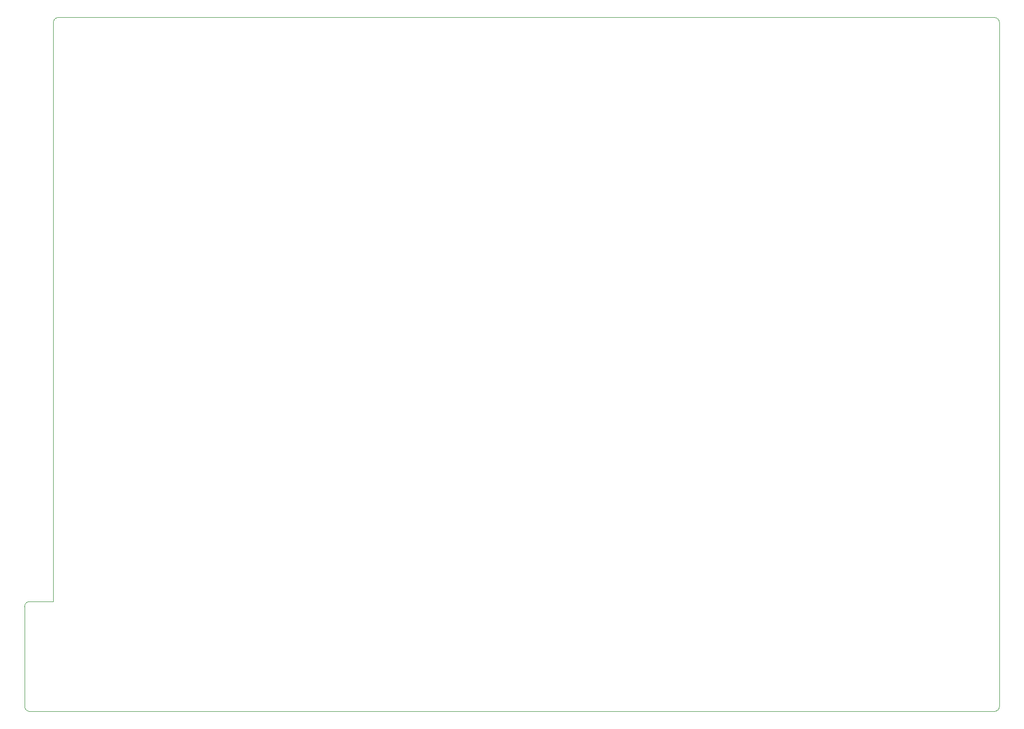
<source format=gm1>
%TF.GenerationSoftware,KiCad,Pcbnew,(6.0.10)*%
%TF.CreationDate,2023-02-02T17:49:13-08:00*%
%TF.ProjectId,netrazr_rev2-Right,6e657472-617a-4725-9f72-6576322d5269,2*%
%TF.SameCoordinates,Original*%
%TF.FileFunction,Profile,NP*%
%FSLAX46Y46*%
G04 Gerber Fmt 4.6, Leading zero omitted, Abs format (unit mm)*
G04 Created by KiCad (PCBNEW (6.0.10)) date 2023-02-02 17:49:13*
%MOMM*%
%LPD*%
G01*
G04 APERTURE LIST*
%TA.AperFunction,Profile*%
%ADD10C,0.050000*%
%TD*%
G04 APERTURE END LIST*
D10*
X216662000Y-159857000D02*
X220726000Y-159857000D01*
X383440000Y-60289000D02*
G75*
G03*
X382551000Y-59400000I-889000J0D01*
G01*
X382551000Y-178780000D02*
G75*
G03*
X383440000Y-177891000I0J889000D01*
G01*
X216662000Y-159857000D02*
G75*
G03*
X215773000Y-160746000I0J-889000D01*
G01*
X383440000Y-177891000D02*
X383440000Y-60289000D01*
X215773000Y-160746000D02*
X215800000Y-177891000D01*
X220726000Y-159857000D02*
X220726000Y-60289000D01*
X216689000Y-178780000D02*
X382551000Y-178780000D01*
X382551000Y-59400000D02*
X221615000Y-59400000D01*
X221615000Y-59400000D02*
G75*
G03*
X220726000Y-60289000I0J-889000D01*
G01*
X215800000Y-177891000D02*
G75*
G03*
X216689000Y-178780000I889000J0D01*
G01*
M02*

</source>
